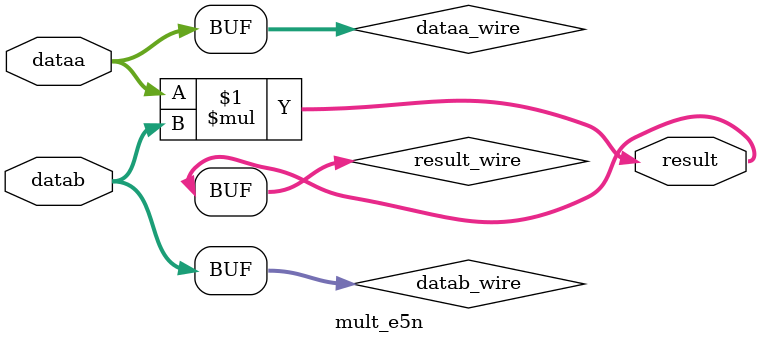
<source format=v>






//synthesis_resources = 
//synopsys translate_off
`timescale 1 ps / 1 ps
//synopsys translate_on
module  mult_e5n
	( 
	dataa,
	datab,
	result) /* synthesis synthesis_clearbox=1 */;
	input   [7:0]  dataa;
	input   [7:0]  datab;
	output   [15:0]  result;

	wire [7:0]    dataa_wire;
	wire [7:0]    datab_wire;
	wire [15:0]    result_wire;



	assign dataa_wire = dataa;
	assign datab_wire = datab;
	assign result_wire = dataa_wire * datab_wire;
	assign result = ({result_wire[15:0]});

endmodule //mult_e5n
//VALID FILE

</source>
